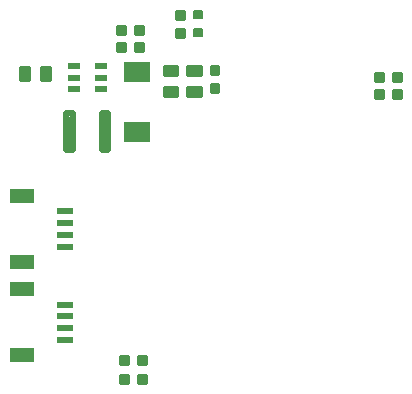
<source format=gbr>
G04 EAGLE Gerber RS-274X export*
G75*
%MOMM*%
%FSLAX34Y34*%
%LPD*%
%INSolderpaste Top*%
%IPPOS*%
%AMOC8*
5,1,8,0,0,1.08239X$1,22.5*%
G01*
%ADD10C,0.222250*%
%ADD11R,1.350000X0.600000*%
%ADD12R,2.000000X1.200000*%
%ADD13C,0.190500*%
%ADD14R,1.016000X0.508000*%
%ADD15C,0.550000*%
%ADD16R,2.200000X1.800000*%
%ADD17C,0.254000*%


D10*
X321088Y250666D02*
X314420Y250666D01*
X314420Y257334D01*
X321088Y257334D01*
X321088Y250666D01*
X321088Y252778D02*
X314420Y252778D01*
X314420Y254890D02*
X321088Y254890D01*
X321088Y257002D02*
X314420Y257002D01*
X329660Y250666D02*
X336328Y250666D01*
X329660Y250666D02*
X329660Y257334D01*
X336328Y257334D01*
X336328Y250666D01*
X336328Y252778D02*
X329660Y252778D01*
X329660Y254890D02*
X336328Y254890D01*
X336328Y257002D02*
X329660Y257002D01*
X321088Y265652D02*
X314420Y265652D01*
X314420Y272320D01*
X321088Y272320D01*
X321088Y265652D01*
X321088Y267764D02*
X314420Y267764D01*
X314420Y269876D02*
X321088Y269876D01*
X321088Y271988D02*
X314420Y271988D01*
X329660Y265652D02*
X336328Y265652D01*
X329660Y265652D02*
X329660Y272320D01*
X336328Y272320D01*
X336328Y265652D01*
X336328Y267764D02*
X329660Y267764D01*
X329660Y269876D02*
X336328Y269876D01*
X336328Y271988D02*
X329660Y271988D01*
D11*
X52000Y155000D03*
X52000Y145000D03*
X52000Y135000D03*
X52000Y125000D03*
D12*
X15250Y112000D03*
X15250Y168000D03*
D11*
X52000Y76000D03*
X52000Y66000D03*
X52000Y56000D03*
X52000Y46000D03*
D12*
X15250Y33000D03*
X15250Y89000D03*
D10*
X98266Y25622D02*
X104934Y25622D01*
X98266Y25622D02*
X98266Y32290D01*
X104934Y32290D01*
X104934Y25622D01*
X104934Y27734D02*
X98266Y27734D01*
X98266Y29846D02*
X104934Y29846D01*
X104934Y31958D02*
X98266Y31958D01*
X113506Y25622D02*
X120174Y25622D01*
X113506Y25622D02*
X113506Y32290D01*
X120174Y32290D01*
X120174Y25622D01*
X120174Y27734D02*
X113506Y27734D01*
X113506Y29846D02*
X120174Y29846D01*
X120174Y31958D02*
X113506Y31958D01*
X104934Y9366D02*
X98266Y9366D01*
X98266Y16034D01*
X104934Y16034D01*
X104934Y9366D01*
X104934Y11478D02*
X98266Y11478D01*
X98266Y13590D02*
X104934Y13590D01*
X104934Y15702D02*
X98266Y15702D01*
X113506Y9366D02*
X120174Y9366D01*
X113506Y9366D02*
X113506Y16034D01*
X120174Y16034D01*
X120174Y9366D01*
X120174Y11478D02*
X113506Y11478D01*
X113506Y13590D02*
X120174Y13590D01*
X120174Y15702D02*
X113506Y15702D01*
D13*
X168339Y303212D02*
X168339Y308928D01*
X168339Y303212D02*
X161353Y303212D01*
X161353Y308928D01*
X168339Y308928D01*
X168339Y305022D02*
X161353Y305022D01*
X161353Y306832D02*
X168339Y306832D01*
X168339Y308642D02*
X161353Y308642D01*
X168339Y318452D02*
X168339Y324168D01*
X168339Y318452D02*
X161353Y318452D01*
X161353Y324168D01*
X168339Y324168D01*
X168339Y320262D02*
X161353Y320262D01*
X161353Y322072D02*
X168339Y322072D01*
X168339Y323882D02*
X161353Y323882D01*
D10*
X152940Y309404D02*
X152940Y302736D01*
X146272Y302736D01*
X146272Y309404D01*
X152940Y309404D01*
X152940Y304848D02*
X146272Y304848D01*
X146272Y306960D02*
X152940Y306960D01*
X152940Y309072D02*
X146272Y309072D01*
X152940Y317976D02*
X152940Y324644D01*
X152940Y317976D02*
X146272Y317976D01*
X146272Y324644D01*
X152940Y324644D01*
X152940Y320088D02*
X146272Y320088D01*
X146272Y322200D02*
X152940Y322200D01*
X152940Y324312D02*
X146272Y324312D01*
D14*
X82550Y258826D03*
X82550Y268224D03*
X82550Y277622D03*
X59690Y277622D03*
X59690Y268224D03*
X59690Y258826D03*
D15*
X58616Y206500D02*
X53116Y206500D01*
X53116Y238000D01*
X58616Y238000D01*
X58616Y206500D01*
X58616Y211725D02*
X53116Y211725D01*
X53116Y216950D02*
X58616Y216950D01*
X58616Y222175D02*
X53116Y222175D01*
X53116Y227400D02*
X58616Y227400D01*
X58616Y232625D02*
X53116Y232625D01*
X53116Y237850D02*
X58616Y237850D01*
X83116Y206500D02*
X88616Y206500D01*
X83116Y206500D02*
X83116Y238000D01*
X88616Y238000D01*
X88616Y206500D01*
X88616Y211725D02*
X83116Y211725D01*
X83116Y216950D02*
X88616Y216950D01*
X88616Y222175D02*
X83116Y222175D01*
X83116Y227400D02*
X88616Y227400D01*
X88616Y232625D02*
X83116Y232625D01*
X83116Y237850D02*
X88616Y237850D01*
D16*
X112776Y273150D03*
X112776Y222150D03*
D17*
X39116Y277241D02*
X31496Y277241D01*
X39116Y277241D02*
X39116Y265811D01*
X31496Y265811D01*
X31496Y277241D01*
X31496Y268224D02*
X39116Y268224D01*
X39116Y270637D02*
X31496Y270637D01*
X31496Y273050D02*
X39116Y273050D01*
X39116Y275463D02*
X31496Y275463D01*
X21336Y277241D02*
X13716Y277241D01*
X21336Y277241D02*
X21336Y265811D01*
X13716Y265811D01*
X13716Y277241D01*
X13716Y268224D02*
X21336Y268224D01*
X21336Y270637D02*
X13716Y270637D01*
X13716Y273050D02*
X21336Y273050D01*
X21336Y275463D02*
X13716Y275463D01*
X135763Y278384D02*
X135763Y270764D01*
X135763Y278384D02*
X147193Y278384D01*
X147193Y270764D01*
X135763Y270764D01*
X135763Y273177D02*
X147193Y273177D01*
X147193Y275590D02*
X135763Y275590D01*
X135763Y278003D02*
X147193Y278003D01*
X135763Y260604D02*
X135763Y252984D01*
X135763Y260604D02*
X147193Y260604D01*
X147193Y252984D01*
X135763Y252984D01*
X135763Y255397D02*
X147193Y255397D01*
X147193Y257810D02*
X135763Y257810D01*
X135763Y260223D02*
X147193Y260223D01*
D10*
X102394Y290544D02*
X95726Y290544D01*
X95726Y297212D01*
X102394Y297212D01*
X102394Y290544D01*
X102394Y292656D02*
X95726Y292656D01*
X95726Y294768D02*
X102394Y294768D01*
X102394Y296880D02*
X95726Y296880D01*
X110966Y290544D02*
X117634Y290544D01*
X110966Y290544D02*
X110966Y297212D01*
X117634Y297212D01*
X117634Y290544D01*
X117634Y292656D02*
X110966Y292656D01*
X110966Y294768D02*
X117634Y294768D01*
X117634Y296880D02*
X110966Y296880D01*
X110966Y311944D02*
X117634Y311944D01*
X117634Y305276D01*
X110966Y305276D01*
X110966Y311944D01*
X110966Y307388D02*
X117634Y307388D01*
X117634Y309500D02*
X110966Y309500D01*
X110966Y311612D02*
X117634Y311612D01*
X102394Y311944D02*
X95726Y311944D01*
X102394Y311944D02*
X102394Y305276D01*
X95726Y305276D01*
X95726Y311944D01*
X95726Y307388D02*
X102394Y307388D01*
X102394Y309500D02*
X95726Y309500D01*
X95726Y311612D02*
X102394Y311612D01*
X175228Y277908D02*
X175228Y271240D01*
X175228Y277908D02*
X181896Y277908D01*
X181896Y271240D01*
X175228Y271240D01*
X175228Y273352D02*
X181896Y273352D01*
X181896Y275464D02*
X175228Y275464D01*
X175228Y277576D02*
X181896Y277576D01*
X175228Y262668D02*
X175228Y256000D01*
X175228Y262668D02*
X181896Y262668D01*
X181896Y256000D01*
X175228Y256000D01*
X175228Y258112D02*
X181896Y258112D01*
X181896Y260224D02*
X175228Y260224D01*
X175228Y262336D02*
X181896Y262336D01*
D17*
X155575Y270764D02*
X155575Y278384D01*
X167005Y278384D01*
X167005Y270764D01*
X155575Y270764D01*
X155575Y273177D02*
X167005Y273177D01*
X167005Y275590D02*
X155575Y275590D01*
X155575Y278003D02*
X167005Y278003D01*
X155575Y260604D02*
X155575Y252984D01*
X155575Y260604D02*
X167005Y260604D01*
X167005Y252984D01*
X155575Y252984D01*
X155575Y255397D02*
X167005Y255397D01*
X167005Y257810D02*
X155575Y257810D01*
X155575Y260223D02*
X167005Y260223D01*
M02*

</source>
